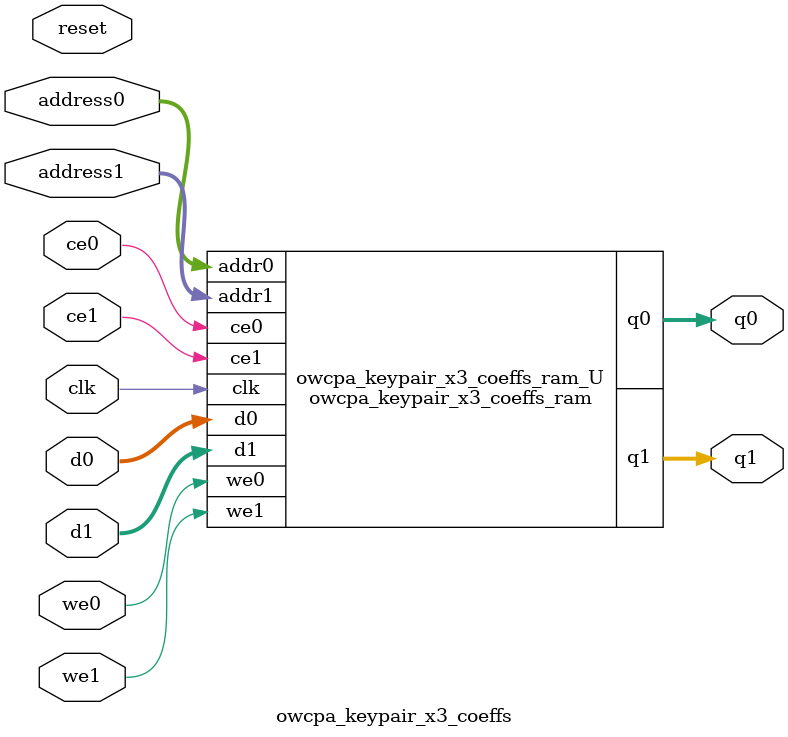
<source format=v>
`timescale 1 ns / 1 ps
module owcpa_keypair_x3_coeffs_ram (addr0, ce0, d0, we0, q0, addr1, ce1, d1, we1, q1,  clk);

parameter DWIDTH = 16;
parameter AWIDTH = 9;
parameter MEM_SIZE = 509;

input[AWIDTH-1:0] addr0;
input ce0;
input[DWIDTH-1:0] d0;
input we0;
output reg[DWIDTH-1:0] q0;
input[AWIDTH-1:0] addr1;
input ce1;
input[DWIDTH-1:0] d1;
input we1;
output reg[DWIDTH-1:0] q1;
input clk;

(* ram_style = "block" *)reg [DWIDTH-1:0] ram[0:MEM_SIZE-1];




always @(posedge clk)  
begin 
    if (ce0) 
    begin
        if (we0) 
        begin 
            ram[addr0] <= d0; 
        end 
        q0 <= ram[addr0];
    end
end


always @(posedge clk)  
begin 
    if (ce1) 
    begin
        if (we1) 
        begin 
            ram[addr1] <= d1; 
        end 
        q1 <= ram[addr1];
    end
end


endmodule

`timescale 1 ns / 1 ps
module owcpa_keypair_x3_coeffs(
    reset,
    clk,
    address0,
    ce0,
    we0,
    d0,
    q0,
    address1,
    ce1,
    we1,
    d1,
    q1);

parameter DataWidth = 32'd16;
parameter AddressRange = 32'd509;
parameter AddressWidth = 32'd9;
input reset;
input clk;
input[AddressWidth - 1:0] address0;
input ce0;
input we0;
input[DataWidth - 1:0] d0;
output[DataWidth - 1:0] q0;
input[AddressWidth - 1:0] address1;
input ce1;
input we1;
input[DataWidth - 1:0] d1;
output[DataWidth - 1:0] q1;



owcpa_keypair_x3_coeffs_ram owcpa_keypair_x3_coeffs_ram_U(
    .clk( clk ),
    .addr0( address0 ),
    .ce0( ce0 ),
    .we0( we0 ),
    .d0( d0 ),
    .q0( q0 ),
    .addr1( address1 ),
    .ce1( ce1 ),
    .we1( we1 ),
    .d1( d1 ),
    .q1( q1 ));

endmodule


</source>
